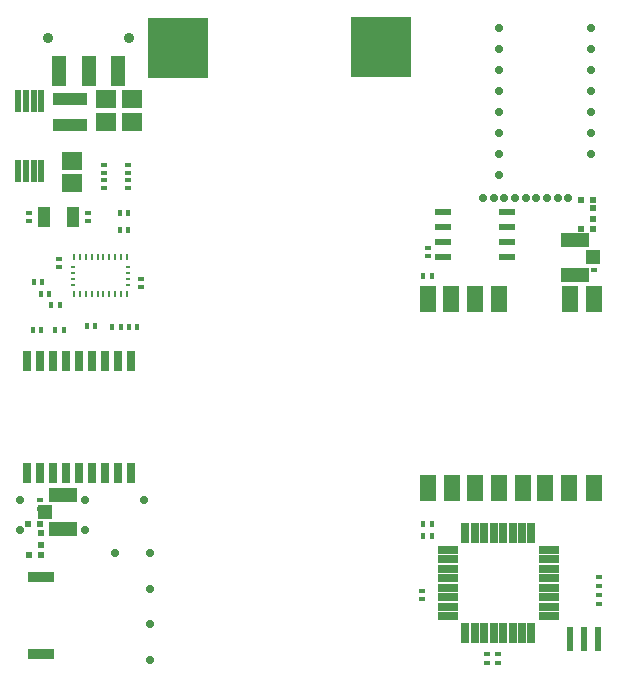
<source format=gbr>
G04*
G04 #@! TF.GenerationSoftware,Altium Limited,Altium Designer,25.5.2 (35)*
G04*
G04 Layer_Color=8388736*
%FSLAX25Y25*%
%MOIN*%
G70*
G04*
G04 #@! TF.SameCoordinates,38EB6A6A-CC72-40A8-BBF4-0EDFD8540081*
G04*
G04*
G04 #@! TF.FilePolarity,Negative*
G04*
G01*
G75*
G04:AMPARAMS|DCode=21|XSize=21.65mil|YSize=19.68mil|CornerRadius=2.46mil|HoleSize=0mil|Usage=FLASHONLY|Rotation=90.000|XOffset=0mil|YOffset=0mil|HoleType=Round|Shape=RoundedRectangle|*
%AMROUNDEDRECTD21*
21,1,0.02165,0.01476,0,0,90.0*
21,1,0.01673,0.01968,0,0,90.0*
1,1,0.00492,0.00738,0.00837*
1,1,0.00492,0.00738,-0.00837*
1,1,0.00492,-0.00738,-0.00837*
1,1,0.00492,-0.00738,0.00837*
%
%ADD21ROUNDEDRECTD21*%
%ADD23R,0.05750X0.02200*%
%ADD24R,0.02254X0.01438*%
%ADD27R,0.01438X0.02254*%
%ADD28R,0.01968X0.01378*%
%ADD29R,0.01000X0.01900*%
%ADD30R,0.04724X0.09843*%
%ADD32R,0.01500X0.01000*%
G04:AMPARAMS|DCode=36|XSize=21.65mil|YSize=19.68mil|CornerRadius=2.46mil|HoleSize=0mil|Usage=FLASHONLY|Rotation=180.000|XOffset=0mil|YOffset=0mil|HoleType=Round|Shape=RoundedRectangle|*
%AMROUNDEDRECTD36*
21,1,0.02165,0.01476,0,0,180.0*
21,1,0.01673,0.01968,0,0,180.0*
1,1,0.00492,-0.00837,0.00738*
1,1,0.00492,0.00837,0.00738*
1,1,0.00492,0.00837,-0.00738*
1,1,0.00492,-0.00837,-0.00738*
%
%ADD36ROUNDEDRECTD36*%
%ADD37R,0.08503X0.03791*%
%ADD39R,0.03950X0.07100*%
%ADD40R,0.07099X0.05918*%
%ADD41R,0.20485X0.20485*%
%ADD42R,0.05800X0.08674*%
%ADD43R,0.09461X0.04934*%
%ADD44R,0.02800X0.06600*%
%ADD45R,0.02375X0.08280*%
%ADD46R,0.02454X0.07808*%
%ADD47R,0.02756X0.07087*%
%ADD48R,0.03150X0.07087*%
%ADD49R,0.20485X0.20485*%
%ADD50R,0.11430X0.03950*%
%ADD51R,0.04934X0.04737*%
%ADD52R,0.06600X0.02800*%
%ADD53C,0.03543*%
%ADD54C,0.02769*%
D21*
X189075Y155217D02*
D03*
Y145669D02*
D03*
X4724Y47244D02*
D03*
X4823Y37008D02*
D03*
X8661Y47244D02*
D03*
X8760Y37008D02*
D03*
X193012Y155217D02*
D03*
Y145669D02*
D03*
D23*
X164268Y151201D02*
D03*
X142818Y136201D02*
D03*
Y151201D02*
D03*
Y146201D02*
D03*
X164268Y141201D02*
D03*
Y136201D02*
D03*
Y146201D02*
D03*
X142818Y141201D02*
D03*
D24*
X137795Y139187D02*
D03*
X194882Y20669D02*
D03*
X161417Y984D02*
D03*
X157480D02*
D03*
X24606Y148214D02*
D03*
X42126Y126167D02*
D03*
X4921Y148214D02*
D03*
X14961Y132860D02*
D03*
X42126Y128951D02*
D03*
X137795Y136403D02*
D03*
X161417Y3768D02*
D03*
X135827Y22230D02*
D03*
X157480Y3768D02*
D03*
X14961Y135644D02*
D03*
X8661Y52334D02*
D03*
X193209Y131974D02*
D03*
X4921Y150998D02*
D03*
X24606D02*
D03*
X194882Y29359D02*
D03*
X135827Y25014D02*
D03*
X194882Y26575D02*
D03*
Y23453D02*
D03*
X8661Y55118D02*
D03*
X193209Y134758D02*
D03*
D27*
X139187Y47244D02*
D03*
X8844Y124016D02*
D03*
X41040Y112786D02*
D03*
X12387Y120079D02*
D03*
X6171Y111831D02*
D03*
X16475Y111941D02*
D03*
X24198Y113189D02*
D03*
X136403Y129921D02*
D03*
X35222Y145276D02*
D03*
Y150787D02*
D03*
X13691Y111941D02*
D03*
X6482Y127953D02*
D03*
X8955Y111831D02*
D03*
X139187Y129921D02*
D03*
X26983Y113189D02*
D03*
X32744Y112786D02*
D03*
X35528D02*
D03*
X11628Y124016D02*
D03*
X38256Y112786D02*
D03*
X38006Y145276D02*
D03*
Y150787D02*
D03*
X9266Y127953D02*
D03*
X15171Y120079D02*
D03*
X139187Y43307D02*
D03*
X136403D02*
D03*
Y47244D02*
D03*
D28*
X37894Y166831D02*
D03*
X29823Y164272D02*
D03*
X37894D02*
D03*
X29823Y166831D02*
D03*
Y161713D02*
D03*
Y159153D02*
D03*
X37894Y161713D02*
D03*
Y159153D02*
D03*
D29*
X27756Y136071D02*
D03*
Y123771D02*
D03*
X21850Y136071D02*
D03*
X23819D02*
D03*
X25787D02*
D03*
X37598D02*
D03*
X19882D02*
D03*
X29724D02*
D03*
X31693D02*
D03*
X33661D02*
D03*
X35630D02*
D03*
X37598Y123771D02*
D03*
X35630D02*
D03*
X33661D02*
D03*
X31693D02*
D03*
X29724D02*
D03*
X25787D02*
D03*
X23819D02*
D03*
X21850D02*
D03*
X19882D02*
D03*
D30*
X14961Y198228D02*
D03*
X24803D02*
D03*
X34646D02*
D03*
D32*
X19640Y132874D02*
D03*
Y130905D02*
D03*
X37840Y132874D02*
D03*
Y130905D02*
D03*
Y128937D02*
D03*
Y126969D02*
D03*
X19640D02*
D03*
Y128937D02*
D03*
D36*
X8760Y44094D02*
D03*
Y40157D02*
D03*
X193012Y152657D02*
D03*
Y148721D02*
D03*
D37*
X8768Y29639D02*
D03*
Y3948D02*
D03*
D39*
X9843Y149606D02*
D03*
X19692D02*
D03*
D40*
X39370Y181299D02*
D03*
X30512D02*
D03*
X19291Y168307D02*
D03*
Y160827D02*
D03*
X39370Y188779D02*
D03*
X30512D02*
D03*
D41*
X122256Y206321D02*
D03*
D42*
X193110Y59320D02*
D03*
X137992Y59351D02*
D03*
X185236Y122343D02*
D03*
X193110D02*
D03*
X153740D02*
D03*
X145492Y122351D02*
D03*
X137992D02*
D03*
X184986Y59342D02*
D03*
X145866Y59320D02*
D03*
X153740Y59342D02*
D03*
X169488Y59351D02*
D03*
X176988D02*
D03*
X161566Y59320D02*
D03*
X161614Y122343D02*
D03*
D43*
X186909Y141831D02*
D03*
Y130217D02*
D03*
X16142Y56988D02*
D03*
Y45374D02*
D03*
D44*
X163017Y10859D02*
D03*
X159817Y44259D02*
D03*
X156717Y10859D02*
D03*
X169317Y44259D02*
D03*
X166117Y10859D02*
D03*
X159817D02*
D03*
X172417Y44259D02*
D03*
X150417Y10859D02*
D03*
X153517D02*
D03*
X150417Y44259D02*
D03*
X153517D02*
D03*
X156717D02*
D03*
X163017D02*
D03*
X166117D02*
D03*
X172417Y10859D02*
D03*
X169317D02*
D03*
D45*
X189961Y8858D02*
D03*
X185236D02*
D03*
X194685D02*
D03*
D46*
X6497Y188189D02*
D03*
X1378D02*
D03*
Y164803D02*
D03*
X3937Y188189D02*
D03*
X9056Y164803D02*
D03*
X6497D02*
D03*
X3937D02*
D03*
X9056Y188189D02*
D03*
D47*
X38976Y101575D02*
D03*
X4331Y64173D02*
D03*
X38976D02*
D03*
X4331Y101575D02*
D03*
D48*
X12992Y64173D02*
D03*
X17323Y101575D02*
D03*
X12992D02*
D03*
X8661D02*
D03*
X25984D02*
D03*
X21654D02*
D03*
X8661Y64173D02*
D03*
X17323D02*
D03*
X21654D02*
D03*
X25984D02*
D03*
X30315D02*
D03*
X34646D02*
D03*
X30315Y101575D02*
D03*
X34646D02*
D03*
D49*
X54516Y205884D02*
D03*
D50*
X18504Y180315D02*
D03*
Y188977D02*
D03*
D51*
X192913Y136024D02*
D03*
X10138Y51181D02*
D03*
D52*
X178117Y35459D02*
D03*
X144717Y38559D02*
D03*
X178117D02*
D03*
X144717Y16559D02*
D03*
X178117Y32259D02*
D03*
Y29159D02*
D03*
X144717Y32259D02*
D03*
Y29159D02*
D03*
X178117Y22859D02*
D03*
X144717Y19659D02*
D03*
Y22859D02*
D03*
Y25959D02*
D03*
Y35459D02*
D03*
X178117Y25959D02*
D03*
Y19659D02*
D03*
Y16559D02*
D03*
D53*
X11417Y209055D02*
D03*
X38189D02*
D03*
D54*
X1969Y45276D02*
D03*
Y55118D02*
D03*
X43307D02*
D03*
X23622D02*
D03*
Y45276D02*
D03*
X33465Y37402D02*
D03*
X45276D02*
D03*
Y25591D02*
D03*
Y13780D02*
D03*
Y1969D02*
D03*
X156299Y155905D02*
D03*
X159843D02*
D03*
X163386D02*
D03*
X166929D02*
D03*
X170472D02*
D03*
X174016D02*
D03*
X177559D02*
D03*
X181102D02*
D03*
X184646D02*
D03*
X192200Y205600D02*
D03*
X161613Y163600D02*
D03*
X192200Y170600D02*
D03*
X161613D02*
D03*
X192200Y177600D02*
D03*
X161613D02*
D03*
X192200Y184600D02*
D03*
X161613D02*
D03*
X192200Y191600D02*
D03*
X161613D02*
D03*
X192200Y198600D02*
D03*
X161613D02*
D03*
X192200Y212600D02*
D03*
X161613D02*
D03*
X161700Y205600D02*
D03*
M02*

</source>
